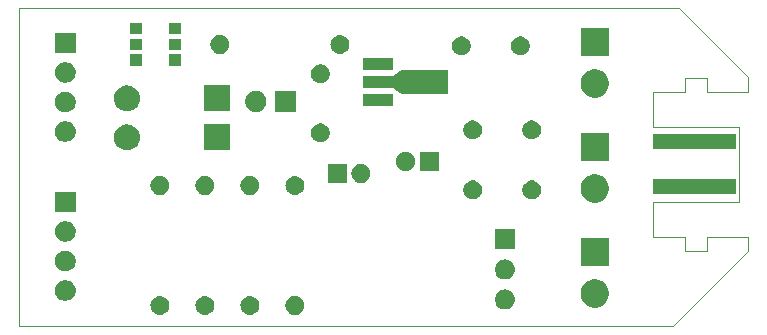
<source format=gts>
%TF.GenerationSoftware,KiCad,Pcbnew,5.0.1*%
%TF.CreationDate,2019-02-24T22:19:24+01:00*%
%TF.ProjectId,bobbycar,626F6262796361722E6B696361645F70,rev?*%
%TF.SameCoordinates,Original*%
%TF.FileFunction,Soldermask,Top*%
%TF.FilePolarity,Negative*%
%FSLAX46Y46*%
G04 Gerber Fmt 4.6, Leading zero omitted, Abs format (unit mm)*
G04 Created by KiCad (PCBNEW 5.0.1) date So 24 Feb 2019 22:19:24 CET*
%MOMM*%
%LPD*%
G01*
G04 APERTURE LIST*
%ADD10C,0.100000*%
G04 APERTURE END LIST*
D10*
X162306000Y-91440000D02*
X162306000Y-92659200D01*
X158877000Y-92659200D02*
X162306000Y-92659200D01*
X158877000Y-91516200D02*
X158877000Y-92659200D01*
X156972000Y-91516200D02*
X158877000Y-91516200D01*
X156972000Y-92659200D02*
X156972000Y-91516200D01*
X154279600Y-92659200D02*
X156972000Y-92659200D01*
X154279600Y-95605600D02*
X154279600Y-92659200D01*
X161544000Y-95605600D02*
X154279600Y-95605600D01*
X161544000Y-102006400D02*
X161544000Y-95605600D01*
X154279600Y-102006400D02*
X161544000Y-102006400D01*
X154279600Y-104952800D02*
X154279600Y-102006400D01*
X156972000Y-104952800D02*
X154279600Y-104952800D01*
X156972000Y-106095800D02*
X156972000Y-104952800D01*
X158877000Y-106095800D02*
X156972000Y-106095800D01*
X158877000Y-104952800D02*
X158877000Y-106095800D01*
X162306000Y-104952800D02*
X158877000Y-104952800D01*
X162306000Y-106172000D02*
X162306000Y-104952800D01*
X162306000Y-91440000D02*
X156464000Y-85598000D01*
X162306000Y-106172000D02*
X155956000Y-112522000D01*
X100584000Y-85598000D02*
X100584000Y-112522000D01*
X155956000Y-112522000D02*
X100584000Y-112522000D01*
X156464000Y-85598000D02*
X100584000Y-85598000D01*
G36*
X116449649Y-109951717D02*
X116488827Y-109955576D01*
X116552012Y-109974743D01*
X116639629Y-110001321D01*
X116778608Y-110075608D01*
X116900422Y-110175578D01*
X117000392Y-110297392D01*
X117074679Y-110436371D01*
X117074679Y-110436372D01*
X117120424Y-110587173D01*
X117127607Y-110660101D01*
X117135870Y-110744000D01*
X117120424Y-110900826D01*
X117074679Y-111051629D01*
X117000392Y-111190608D01*
X116900422Y-111312422D01*
X116778608Y-111412392D01*
X116639629Y-111486679D01*
X116564227Y-111509552D01*
X116488827Y-111532424D01*
X116449649Y-111536283D01*
X116371295Y-111544000D01*
X116292705Y-111544000D01*
X116214351Y-111536283D01*
X116175173Y-111532424D01*
X116099773Y-111509552D01*
X116024371Y-111486679D01*
X115885392Y-111412392D01*
X115763578Y-111312422D01*
X115663608Y-111190608D01*
X115589321Y-111051629D01*
X115543576Y-110900826D01*
X115528130Y-110744000D01*
X115536393Y-110660101D01*
X115543576Y-110587173D01*
X115589321Y-110436372D01*
X115589321Y-110436371D01*
X115663608Y-110297392D01*
X115763578Y-110175578D01*
X115885392Y-110075608D01*
X116024371Y-110001321D01*
X116111988Y-109974743D01*
X116175173Y-109955576D01*
X116214351Y-109951717D01*
X116292705Y-109944000D01*
X116371295Y-109944000D01*
X116449649Y-109951717D01*
X116449649Y-109951717D01*
G37*
G36*
X120259649Y-109951717D02*
X120298827Y-109955576D01*
X120362012Y-109974743D01*
X120449629Y-110001321D01*
X120588608Y-110075608D01*
X120710422Y-110175578D01*
X120810392Y-110297392D01*
X120884679Y-110436371D01*
X120884679Y-110436372D01*
X120930424Y-110587173D01*
X120937607Y-110660101D01*
X120945870Y-110744000D01*
X120930424Y-110900826D01*
X120884679Y-111051629D01*
X120810392Y-111190608D01*
X120710422Y-111312422D01*
X120588608Y-111412392D01*
X120449629Y-111486679D01*
X120374227Y-111509552D01*
X120298827Y-111532424D01*
X120259649Y-111536283D01*
X120181295Y-111544000D01*
X120102705Y-111544000D01*
X120024351Y-111536283D01*
X119985173Y-111532424D01*
X119909773Y-111509552D01*
X119834371Y-111486679D01*
X119695392Y-111412392D01*
X119573578Y-111312422D01*
X119473608Y-111190608D01*
X119399321Y-111051629D01*
X119353576Y-110900826D01*
X119338130Y-110744000D01*
X119346393Y-110660101D01*
X119353576Y-110587173D01*
X119399321Y-110436372D01*
X119399321Y-110436371D01*
X119473608Y-110297392D01*
X119573578Y-110175578D01*
X119695392Y-110075608D01*
X119834371Y-110001321D01*
X119921988Y-109974743D01*
X119985173Y-109955576D01*
X120024351Y-109951717D01*
X120102705Y-109944000D01*
X120181295Y-109944000D01*
X120259649Y-109951717D01*
X120259649Y-109951717D01*
G37*
G36*
X124185352Y-109974743D02*
X124330941Y-110035048D01*
X124461973Y-110122601D01*
X124573399Y-110234027D01*
X124660952Y-110365059D01*
X124721257Y-110510648D01*
X124752000Y-110665205D01*
X124752000Y-110822795D01*
X124721257Y-110977352D01*
X124660952Y-111122941D01*
X124573399Y-111253973D01*
X124461973Y-111365399D01*
X124330941Y-111452952D01*
X124185352Y-111513257D01*
X124030795Y-111544000D01*
X123873205Y-111544000D01*
X123718648Y-111513257D01*
X123573059Y-111452952D01*
X123442027Y-111365399D01*
X123330601Y-111253973D01*
X123243048Y-111122941D01*
X123182743Y-110977352D01*
X123152000Y-110822795D01*
X123152000Y-110665205D01*
X123182743Y-110510648D01*
X123243048Y-110365059D01*
X123330601Y-110234027D01*
X123442027Y-110122601D01*
X123573059Y-110035048D01*
X123718648Y-109974743D01*
X123873205Y-109944000D01*
X124030795Y-109944000D01*
X124185352Y-109974743D01*
X124185352Y-109974743D01*
G37*
G36*
X112639649Y-109951717D02*
X112678827Y-109955576D01*
X112742012Y-109974743D01*
X112829629Y-110001321D01*
X112968608Y-110075608D01*
X113090422Y-110175578D01*
X113190392Y-110297392D01*
X113264679Y-110436371D01*
X113264679Y-110436372D01*
X113310424Y-110587173D01*
X113317607Y-110660101D01*
X113325870Y-110744000D01*
X113310424Y-110900826D01*
X113264679Y-111051629D01*
X113190392Y-111190608D01*
X113090422Y-111312422D01*
X112968608Y-111412392D01*
X112829629Y-111486679D01*
X112754227Y-111509552D01*
X112678827Y-111532424D01*
X112639649Y-111536283D01*
X112561295Y-111544000D01*
X112482705Y-111544000D01*
X112404351Y-111536283D01*
X112365173Y-111532424D01*
X112289773Y-111509552D01*
X112214371Y-111486679D01*
X112075392Y-111412392D01*
X111953578Y-111312422D01*
X111853608Y-111190608D01*
X111779321Y-111051629D01*
X111733576Y-110900826D01*
X111718130Y-110744000D01*
X111726393Y-110660101D01*
X111733576Y-110587173D01*
X111779321Y-110436372D01*
X111779321Y-110436371D01*
X111853608Y-110297392D01*
X111953578Y-110175578D01*
X112075392Y-110075608D01*
X112214371Y-110001321D01*
X112301988Y-109974743D01*
X112365173Y-109955576D01*
X112404351Y-109951717D01*
X112482705Y-109944000D01*
X112561295Y-109944000D01*
X112639649Y-109951717D01*
X112639649Y-109951717D01*
G37*
G36*
X141898630Y-109398299D02*
X142058855Y-109446903D01*
X142206520Y-109525831D01*
X142335949Y-109632051D01*
X142442169Y-109761480D01*
X142521097Y-109909145D01*
X142569701Y-110069370D01*
X142586112Y-110236000D01*
X142569701Y-110402630D01*
X142521097Y-110562855D01*
X142442169Y-110710520D01*
X142335949Y-110839949D01*
X142206520Y-110946169D01*
X142058855Y-111025097D01*
X141898630Y-111073701D01*
X141773752Y-111086000D01*
X141690248Y-111086000D01*
X141565370Y-111073701D01*
X141405145Y-111025097D01*
X141257480Y-110946169D01*
X141128051Y-110839949D01*
X141021831Y-110710520D01*
X140942903Y-110562855D01*
X140894299Y-110402630D01*
X140877888Y-110236000D01*
X140894299Y-110069370D01*
X140942903Y-109909145D01*
X141021831Y-109761480D01*
X141128051Y-109632051D01*
X141257480Y-109525831D01*
X141405145Y-109446903D01*
X141565370Y-109398299D01*
X141690248Y-109386000D01*
X141773752Y-109386000D01*
X141898630Y-109398299D01*
X141898630Y-109398299D01*
G37*
G36*
X149702026Y-108574115D02*
X149920412Y-108664573D01*
X150116958Y-108795901D01*
X150284099Y-108963042D01*
X150415427Y-109159588D01*
X150505885Y-109377974D01*
X150552000Y-109609809D01*
X150552000Y-109846191D01*
X150505885Y-110078026D01*
X150415427Y-110296412D01*
X150284099Y-110492958D01*
X150116958Y-110660099D01*
X149920412Y-110791427D01*
X149702026Y-110881885D01*
X149470191Y-110928000D01*
X149233809Y-110928000D01*
X149001974Y-110881885D01*
X148783588Y-110791427D01*
X148587042Y-110660099D01*
X148419901Y-110492958D01*
X148288573Y-110296412D01*
X148198115Y-110078026D01*
X148152000Y-109846191D01*
X148152000Y-109609809D01*
X148198115Y-109377974D01*
X148288573Y-109159588D01*
X148419901Y-108963042D01*
X148587042Y-108795901D01*
X148783588Y-108664573D01*
X149001974Y-108574115D01*
X149233809Y-108528000D01*
X149470191Y-108528000D01*
X149702026Y-108574115D01*
X149702026Y-108574115D01*
G37*
G36*
X104776228Y-108639625D02*
X104935467Y-108705584D01*
X105078783Y-108801345D01*
X105200655Y-108923217D01*
X105296416Y-109066533D01*
X105362375Y-109225772D01*
X105396000Y-109394819D01*
X105396000Y-109567181D01*
X105362375Y-109736228D01*
X105296416Y-109895467D01*
X105200655Y-110038783D01*
X105078783Y-110160655D01*
X104935467Y-110256416D01*
X104776228Y-110322375D01*
X104607181Y-110356000D01*
X104434819Y-110356000D01*
X104265772Y-110322375D01*
X104106533Y-110256416D01*
X103963217Y-110160655D01*
X103841345Y-110038783D01*
X103745584Y-109895467D01*
X103679625Y-109736228D01*
X103646000Y-109567181D01*
X103646000Y-109394819D01*
X103679625Y-109225772D01*
X103745584Y-109066533D01*
X103841345Y-108923217D01*
X103963217Y-108801345D01*
X104106533Y-108705584D01*
X104265772Y-108639625D01*
X104434819Y-108606000D01*
X104607181Y-108606000D01*
X104776228Y-108639625D01*
X104776228Y-108639625D01*
G37*
G36*
X141898630Y-106858299D02*
X142058855Y-106906903D01*
X142206520Y-106985831D01*
X142335949Y-107092051D01*
X142442169Y-107221480D01*
X142521097Y-107369145D01*
X142569701Y-107529370D01*
X142586112Y-107696000D01*
X142569701Y-107862630D01*
X142521097Y-108022855D01*
X142442169Y-108170520D01*
X142335949Y-108299949D01*
X142206520Y-108406169D01*
X142058855Y-108485097D01*
X141898630Y-108533701D01*
X141773752Y-108546000D01*
X141690248Y-108546000D01*
X141565370Y-108533701D01*
X141405145Y-108485097D01*
X141257480Y-108406169D01*
X141128051Y-108299949D01*
X141021831Y-108170520D01*
X140942903Y-108022855D01*
X140894299Y-107862630D01*
X140877888Y-107696000D01*
X140894299Y-107529370D01*
X140942903Y-107369145D01*
X141021831Y-107221480D01*
X141128051Y-107092051D01*
X141257480Y-106985831D01*
X141405145Y-106906903D01*
X141565370Y-106858299D01*
X141690248Y-106846000D01*
X141773752Y-106846000D01*
X141898630Y-106858299D01*
X141898630Y-106858299D01*
G37*
G36*
X104776228Y-106139625D02*
X104935467Y-106205584D01*
X105078783Y-106301345D01*
X105200655Y-106423217D01*
X105296416Y-106566533D01*
X105362375Y-106725772D01*
X105396000Y-106894819D01*
X105396000Y-107067181D01*
X105362375Y-107236228D01*
X105296416Y-107395467D01*
X105200655Y-107538783D01*
X105078783Y-107660655D01*
X104935467Y-107756416D01*
X104776228Y-107822375D01*
X104607181Y-107856000D01*
X104434819Y-107856000D01*
X104265772Y-107822375D01*
X104106533Y-107756416D01*
X103963217Y-107660655D01*
X103841345Y-107538783D01*
X103745584Y-107395467D01*
X103679625Y-107236228D01*
X103646000Y-107067181D01*
X103646000Y-106894819D01*
X103679625Y-106725772D01*
X103745584Y-106566533D01*
X103841345Y-106423217D01*
X103963217Y-106301345D01*
X104106533Y-106205584D01*
X104265772Y-106139625D01*
X104434819Y-106106000D01*
X104607181Y-106106000D01*
X104776228Y-106139625D01*
X104776228Y-106139625D01*
G37*
G36*
X150552000Y-107428000D02*
X148152000Y-107428000D01*
X148152000Y-105028000D01*
X150552000Y-105028000D01*
X150552000Y-107428000D01*
X150552000Y-107428000D01*
G37*
G36*
X142582000Y-106006000D02*
X140882000Y-106006000D01*
X140882000Y-104306000D01*
X142582000Y-104306000D01*
X142582000Y-106006000D01*
X142582000Y-106006000D01*
G37*
G36*
X104776228Y-103639625D02*
X104935467Y-103705584D01*
X105078783Y-103801345D01*
X105200655Y-103923217D01*
X105296416Y-104066533D01*
X105362375Y-104225772D01*
X105396000Y-104394819D01*
X105396000Y-104567181D01*
X105362375Y-104736228D01*
X105296416Y-104895467D01*
X105200655Y-105038783D01*
X105078783Y-105160655D01*
X104935467Y-105256416D01*
X104776228Y-105322375D01*
X104607181Y-105356000D01*
X104434819Y-105356000D01*
X104265772Y-105322375D01*
X104106533Y-105256416D01*
X103963217Y-105160655D01*
X103841345Y-105038783D01*
X103745584Y-104895467D01*
X103679625Y-104736228D01*
X103646000Y-104567181D01*
X103646000Y-104394819D01*
X103679625Y-104225772D01*
X103745584Y-104066533D01*
X103841345Y-103923217D01*
X103963217Y-103801345D01*
X104106533Y-103705584D01*
X104265772Y-103639625D01*
X104434819Y-103606000D01*
X104607181Y-103606000D01*
X104776228Y-103639625D01*
X104776228Y-103639625D01*
G37*
G36*
X105396000Y-102856000D02*
X103646000Y-102856000D01*
X103646000Y-101106000D01*
X105396000Y-101106000D01*
X105396000Y-102856000D01*
X105396000Y-102856000D01*
G37*
G36*
X149702026Y-99684115D02*
X149920412Y-99774573D01*
X150116958Y-99905901D01*
X150284099Y-100073042D01*
X150415427Y-100269588D01*
X150505885Y-100487974D01*
X150552000Y-100719809D01*
X150552000Y-100956191D01*
X150505885Y-101188026D01*
X150415427Y-101406412D01*
X150284099Y-101602958D01*
X150116958Y-101770099D01*
X149920412Y-101901427D01*
X149702026Y-101991885D01*
X149470191Y-102038000D01*
X149233809Y-102038000D01*
X149001974Y-101991885D01*
X148783588Y-101901427D01*
X148587042Y-101770099D01*
X148419901Y-101602958D01*
X148288573Y-101406412D01*
X148198115Y-101188026D01*
X148152000Y-100956191D01*
X148152000Y-100719809D01*
X148198115Y-100487974D01*
X148288573Y-100269588D01*
X148419901Y-100073042D01*
X148587042Y-99905901D01*
X148783588Y-99774573D01*
X149001974Y-99684115D01*
X149233809Y-99638000D01*
X149470191Y-99638000D01*
X149702026Y-99684115D01*
X149702026Y-99684115D01*
G37*
G36*
X144251352Y-100195743D02*
X144396941Y-100256048D01*
X144527973Y-100343601D01*
X144639399Y-100455027D01*
X144726952Y-100586059D01*
X144787257Y-100731648D01*
X144818000Y-100886205D01*
X144818000Y-101043795D01*
X144787257Y-101198352D01*
X144726952Y-101343941D01*
X144639399Y-101474973D01*
X144527973Y-101586399D01*
X144396941Y-101673952D01*
X144251352Y-101734257D01*
X144096795Y-101765000D01*
X143939205Y-101765000D01*
X143784648Y-101734257D01*
X143639059Y-101673952D01*
X143508027Y-101586399D01*
X143396601Y-101474973D01*
X143309048Y-101343941D01*
X143248743Y-101198352D01*
X143218000Y-101043795D01*
X143218000Y-100886205D01*
X143248743Y-100731648D01*
X143309048Y-100586059D01*
X143396601Y-100455027D01*
X143508027Y-100343601D01*
X143639059Y-100256048D01*
X143784648Y-100195743D01*
X143939205Y-100165000D01*
X144096795Y-100165000D01*
X144251352Y-100195743D01*
X144251352Y-100195743D01*
G37*
G36*
X139251352Y-100195743D02*
X139396941Y-100256048D01*
X139527973Y-100343601D01*
X139639399Y-100455027D01*
X139726952Y-100586059D01*
X139787257Y-100731648D01*
X139818000Y-100886205D01*
X139818000Y-101043795D01*
X139787257Y-101198352D01*
X139726952Y-101343941D01*
X139639399Y-101474973D01*
X139527973Y-101586399D01*
X139396941Y-101673952D01*
X139251352Y-101734257D01*
X139096795Y-101765000D01*
X138939205Y-101765000D01*
X138784648Y-101734257D01*
X138639059Y-101673952D01*
X138508027Y-101586399D01*
X138396601Y-101474973D01*
X138309048Y-101343941D01*
X138248743Y-101198352D01*
X138218000Y-101043795D01*
X138218000Y-100886205D01*
X138248743Y-100731648D01*
X138309048Y-100586059D01*
X138396601Y-100455027D01*
X138508027Y-100343601D01*
X138639059Y-100256048D01*
X138784648Y-100195743D01*
X138939205Y-100165000D01*
X139096795Y-100165000D01*
X139251352Y-100195743D01*
X139251352Y-100195743D01*
G37*
G36*
X124069649Y-99791717D02*
X124108827Y-99795576D01*
X124172012Y-99814743D01*
X124259629Y-99841321D01*
X124398608Y-99915608D01*
X124520422Y-100015578D01*
X124620392Y-100137392D01*
X124694679Y-100276371D01*
X124740424Y-100427174D01*
X124755870Y-100584000D01*
X124740424Y-100740826D01*
X124694679Y-100891629D01*
X124620392Y-101030608D01*
X124520422Y-101152422D01*
X124398608Y-101252392D01*
X124259629Y-101326679D01*
X124212418Y-101341000D01*
X124108827Y-101372424D01*
X124069649Y-101376283D01*
X123991295Y-101384000D01*
X123912705Y-101384000D01*
X123834351Y-101376283D01*
X123795173Y-101372424D01*
X123691582Y-101341000D01*
X123644371Y-101326679D01*
X123505392Y-101252392D01*
X123383578Y-101152422D01*
X123283608Y-101030608D01*
X123209321Y-100891629D01*
X123163576Y-100740826D01*
X123148130Y-100584000D01*
X123163576Y-100427174D01*
X123209321Y-100276371D01*
X123283608Y-100137392D01*
X123383578Y-100015578D01*
X123505392Y-99915608D01*
X123644371Y-99841321D01*
X123731988Y-99814743D01*
X123795173Y-99795576D01*
X123834351Y-99791717D01*
X123912705Y-99784000D01*
X123991295Y-99784000D01*
X124069649Y-99791717D01*
X124069649Y-99791717D01*
G37*
G36*
X112755352Y-99814743D02*
X112900941Y-99875048D01*
X113031973Y-99962601D01*
X113143399Y-100074027D01*
X113230952Y-100205059D01*
X113291257Y-100350648D01*
X113322000Y-100505205D01*
X113322000Y-100662795D01*
X113291257Y-100817352D01*
X113230952Y-100962941D01*
X113143399Y-101093973D01*
X113031973Y-101205399D01*
X112900941Y-101292952D01*
X112755352Y-101353257D01*
X112600795Y-101384000D01*
X112443205Y-101384000D01*
X112288648Y-101353257D01*
X112143059Y-101292952D01*
X112012027Y-101205399D01*
X111900601Y-101093973D01*
X111813048Y-100962941D01*
X111752743Y-100817352D01*
X111722000Y-100662795D01*
X111722000Y-100505205D01*
X111752743Y-100350648D01*
X111813048Y-100205059D01*
X111900601Y-100074027D01*
X112012027Y-99962601D01*
X112143059Y-99875048D01*
X112288648Y-99814743D01*
X112443205Y-99784000D01*
X112600795Y-99784000D01*
X112755352Y-99814743D01*
X112755352Y-99814743D01*
G37*
G36*
X116565352Y-99814743D02*
X116710941Y-99875048D01*
X116841973Y-99962601D01*
X116953399Y-100074027D01*
X117040952Y-100205059D01*
X117101257Y-100350648D01*
X117132000Y-100505205D01*
X117132000Y-100662795D01*
X117101257Y-100817352D01*
X117040952Y-100962941D01*
X116953399Y-101093973D01*
X116841973Y-101205399D01*
X116710941Y-101292952D01*
X116565352Y-101353257D01*
X116410795Y-101384000D01*
X116253205Y-101384000D01*
X116098648Y-101353257D01*
X115953059Y-101292952D01*
X115822027Y-101205399D01*
X115710601Y-101093973D01*
X115623048Y-100962941D01*
X115562743Y-100817352D01*
X115532000Y-100662795D01*
X115532000Y-100505205D01*
X115562743Y-100350648D01*
X115623048Y-100205059D01*
X115710601Y-100074027D01*
X115822027Y-99962601D01*
X115953059Y-99875048D01*
X116098648Y-99814743D01*
X116253205Y-99784000D01*
X116410795Y-99784000D01*
X116565352Y-99814743D01*
X116565352Y-99814743D01*
G37*
G36*
X120375352Y-99814743D02*
X120520941Y-99875048D01*
X120651973Y-99962601D01*
X120763399Y-100074027D01*
X120850952Y-100205059D01*
X120911257Y-100350648D01*
X120942000Y-100505205D01*
X120942000Y-100662795D01*
X120911257Y-100817352D01*
X120850952Y-100962941D01*
X120763399Y-101093973D01*
X120651973Y-101205399D01*
X120520941Y-101292952D01*
X120375352Y-101353257D01*
X120220795Y-101384000D01*
X120063205Y-101384000D01*
X119908648Y-101353257D01*
X119763059Y-101292952D01*
X119632027Y-101205399D01*
X119520601Y-101093973D01*
X119433048Y-100962941D01*
X119372743Y-100817352D01*
X119342000Y-100662795D01*
X119342000Y-100505205D01*
X119372743Y-100350648D01*
X119433048Y-100205059D01*
X119520601Y-100074027D01*
X119632027Y-99962601D01*
X119763059Y-99875048D01*
X119908648Y-99814743D01*
X120063205Y-99784000D01*
X120220795Y-99784000D01*
X120375352Y-99814743D01*
X120375352Y-99814743D01*
G37*
G36*
X161292800Y-101341000D02*
X154292800Y-101341000D01*
X154292800Y-100071000D01*
X161292800Y-100071000D01*
X161292800Y-101341000D01*
X161292800Y-101341000D01*
G37*
G36*
X129773352Y-98798743D02*
X129918941Y-98859048D01*
X130049973Y-98946601D01*
X130161399Y-99058027D01*
X130248952Y-99189059D01*
X130309257Y-99334648D01*
X130340000Y-99489205D01*
X130340000Y-99646795D01*
X130309257Y-99801352D01*
X130248952Y-99946941D01*
X130161399Y-100077973D01*
X130049973Y-100189399D01*
X129918941Y-100276952D01*
X129773352Y-100337257D01*
X129618795Y-100368000D01*
X129461205Y-100368000D01*
X129306648Y-100337257D01*
X129161059Y-100276952D01*
X129030027Y-100189399D01*
X128918601Y-100077973D01*
X128831048Y-99946941D01*
X128770743Y-99801352D01*
X128740000Y-99646795D01*
X128740000Y-99489205D01*
X128770743Y-99334648D01*
X128831048Y-99189059D01*
X128918601Y-99058027D01*
X129030027Y-98946601D01*
X129161059Y-98859048D01*
X129306648Y-98798743D01*
X129461205Y-98768000D01*
X129618795Y-98768000D01*
X129773352Y-98798743D01*
X129773352Y-98798743D01*
G37*
G36*
X128340000Y-100368000D02*
X126740000Y-100368000D01*
X126740000Y-98768000D01*
X128340000Y-98768000D01*
X128340000Y-100368000D01*
X128340000Y-100368000D01*
G37*
G36*
X136118500Y-99352000D02*
X134518500Y-99352000D01*
X134518500Y-97752000D01*
X136118500Y-97752000D01*
X136118500Y-99352000D01*
X136118500Y-99352000D01*
G37*
G36*
X133551852Y-97782743D02*
X133697441Y-97843048D01*
X133828473Y-97930601D01*
X133939899Y-98042027D01*
X134027452Y-98173059D01*
X134087757Y-98318648D01*
X134118500Y-98473205D01*
X134118500Y-98630795D01*
X134087757Y-98785352D01*
X134027452Y-98930941D01*
X133939899Y-99061973D01*
X133828473Y-99173399D01*
X133697441Y-99260952D01*
X133551852Y-99321257D01*
X133397295Y-99352000D01*
X133239705Y-99352000D01*
X133085148Y-99321257D01*
X132939559Y-99260952D01*
X132808527Y-99173399D01*
X132697101Y-99061973D01*
X132609548Y-98930941D01*
X132549243Y-98785352D01*
X132518500Y-98630795D01*
X132518500Y-98473205D01*
X132549243Y-98318648D01*
X132609548Y-98173059D01*
X132697101Y-98042027D01*
X132808527Y-97930601D01*
X132939559Y-97843048D01*
X133085148Y-97782743D01*
X133239705Y-97752000D01*
X133397295Y-97752000D01*
X133551852Y-97782743D01*
X133551852Y-97782743D01*
G37*
G36*
X150552000Y-98538000D02*
X148152000Y-98538000D01*
X148152000Y-96138000D01*
X150552000Y-96138000D01*
X150552000Y-98538000D01*
X150552000Y-98538000D01*
G37*
G36*
X109943639Y-95435916D02*
X110150986Y-95498815D01*
X110150988Y-95498816D01*
X110342084Y-95600958D01*
X110509581Y-95738419D01*
X110647042Y-95905916D01*
X110729510Y-96060205D01*
X110749185Y-96097014D01*
X110812084Y-96304361D01*
X110833322Y-96520000D01*
X110812084Y-96735639D01*
X110778014Y-96847952D01*
X110749184Y-96942988D01*
X110647042Y-97134084D01*
X110509581Y-97301581D01*
X110342084Y-97439042D01*
X110151332Y-97541000D01*
X110150986Y-97541185D01*
X109943639Y-97604084D01*
X109782038Y-97620000D01*
X109673962Y-97620000D01*
X109512361Y-97604084D01*
X109305014Y-97541185D01*
X109304668Y-97541000D01*
X109113916Y-97439042D01*
X108946419Y-97301581D01*
X108808958Y-97134084D01*
X108706816Y-96942988D01*
X108677987Y-96847952D01*
X108643916Y-96735639D01*
X108622678Y-96520000D01*
X108643916Y-96304361D01*
X108706815Y-96097014D01*
X108726490Y-96060205D01*
X108808958Y-95905916D01*
X108946419Y-95738419D01*
X109113916Y-95600958D01*
X109305012Y-95498816D01*
X109305014Y-95498815D01*
X109512361Y-95435916D01*
X109673962Y-95420000D01*
X109782038Y-95420000D01*
X109943639Y-95435916D01*
X109943639Y-95435916D01*
G37*
G36*
X118448000Y-97620000D02*
X116248000Y-97620000D01*
X116248000Y-95420000D01*
X118448000Y-95420000D01*
X118448000Y-97620000D01*
X118448000Y-97620000D01*
G37*
G36*
X161292800Y-97541000D02*
X154292800Y-97541000D01*
X154292800Y-96271000D01*
X161292800Y-96271000D01*
X161292800Y-97541000D01*
X161292800Y-97541000D01*
G37*
G36*
X126344352Y-95369743D02*
X126489941Y-95430048D01*
X126620973Y-95517601D01*
X126732399Y-95629027D01*
X126819952Y-95760059D01*
X126880257Y-95905648D01*
X126911000Y-96060205D01*
X126911000Y-96217795D01*
X126880257Y-96372352D01*
X126819952Y-96517941D01*
X126732399Y-96648973D01*
X126620973Y-96760399D01*
X126489941Y-96847952D01*
X126344352Y-96908257D01*
X126189795Y-96939000D01*
X126032205Y-96939000D01*
X125877648Y-96908257D01*
X125732059Y-96847952D01*
X125601027Y-96760399D01*
X125489601Y-96648973D01*
X125402048Y-96517941D01*
X125341743Y-96372352D01*
X125311000Y-96217795D01*
X125311000Y-96060205D01*
X125341743Y-95905648D01*
X125402048Y-95760059D01*
X125489601Y-95629027D01*
X125601027Y-95517601D01*
X125732059Y-95430048D01*
X125877648Y-95369743D01*
X126032205Y-95339000D01*
X126189795Y-95339000D01*
X126344352Y-95369743D01*
X126344352Y-95369743D01*
G37*
G36*
X104776228Y-95177625D02*
X104935467Y-95243584D01*
X105078783Y-95339345D01*
X105200655Y-95461217D01*
X105296416Y-95604533D01*
X105362375Y-95763772D01*
X105396000Y-95932819D01*
X105396000Y-96105181D01*
X105362375Y-96274228D01*
X105296416Y-96433467D01*
X105200655Y-96576783D01*
X105078783Y-96698655D01*
X104935467Y-96794416D01*
X104776228Y-96860375D01*
X104607181Y-96894000D01*
X104434819Y-96894000D01*
X104265772Y-96860375D01*
X104106533Y-96794416D01*
X103963217Y-96698655D01*
X103841345Y-96576783D01*
X103745584Y-96433467D01*
X103679625Y-96274228D01*
X103646000Y-96105181D01*
X103646000Y-95932819D01*
X103679625Y-95763772D01*
X103745584Y-95604533D01*
X103841345Y-95461217D01*
X103963217Y-95339345D01*
X104106533Y-95243584D01*
X104265772Y-95177625D01*
X104434819Y-95144000D01*
X104607181Y-95144000D01*
X104776228Y-95177625D01*
X104776228Y-95177625D01*
G37*
G36*
X144234852Y-95115743D02*
X144380441Y-95176048D01*
X144511473Y-95263601D01*
X144622899Y-95375027D01*
X144710452Y-95506059D01*
X144770757Y-95651648D01*
X144801500Y-95806205D01*
X144801500Y-95963795D01*
X144770757Y-96118352D01*
X144710452Y-96263941D01*
X144622899Y-96394973D01*
X144511473Y-96506399D01*
X144380441Y-96593952D01*
X144234852Y-96654257D01*
X144080295Y-96685000D01*
X143922705Y-96685000D01*
X143768148Y-96654257D01*
X143622559Y-96593952D01*
X143491527Y-96506399D01*
X143380101Y-96394973D01*
X143292548Y-96263941D01*
X143232243Y-96118352D01*
X143201500Y-95963795D01*
X143201500Y-95806205D01*
X143232243Y-95651648D01*
X143292548Y-95506059D01*
X143380101Y-95375027D01*
X143491527Y-95263601D01*
X143622559Y-95176048D01*
X143768148Y-95115743D01*
X143922705Y-95085000D01*
X144080295Y-95085000D01*
X144234852Y-95115743D01*
X144234852Y-95115743D01*
G37*
G36*
X139234852Y-95115743D02*
X139380441Y-95176048D01*
X139511473Y-95263601D01*
X139622899Y-95375027D01*
X139710452Y-95506059D01*
X139770757Y-95651648D01*
X139801500Y-95806205D01*
X139801500Y-95963795D01*
X139770757Y-96118352D01*
X139710452Y-96263941D01*
X139622899Y-96394973D01*
X139511473Y-96506399D01*
X139380441Y-96593952D01*
X139234852Y-96654257D01*
X139080295Y-96685000D01*
X138922705Y-96685000D01*
X138768148Y-96654257D01*
X138622559Y-96593952D01*
X138491527Y-96506399D01*
X138380101Y-96394973D01*
X138292548Y-96263941D01*
X138232243Y-96118352D01*
X138201500Y-95963795D01*
X138201500Y-95806205D01*
X138232243Y-95651648D01*
X138292548Y-95506059D01*
X138380101Y-95375027D01*
X138491527Y-95263601D01*
X138622559Y-95176048D01*
X138768148Y-95115743D01*
X138922705Y-95085000D01*
X139080295Y-95085000D01*
X139234852Y-95115743D01*
X139234852Y-95115743D01*
G37*
G36*
X104776228Y-92677625D02*
X104935467Y-92743584D01*
X105078783Y-92839345D01*
X105200655Y-92961217D01*
X105296416Y-93104533D01*
X105362375Y-93263772D01*
X105396000Y-93432819D01*
X105396000Y-93605181D01*
X105362375Y-93774228D01*
X105296416Y-93933467D01*
X105200655Y-94076783D01*
X105078783Y-94198655D01*
X104935467Y-94294416D01*
X104776228Y-94360375D01*
X104607181Y-94394000D01*
X104434819Y-94394000D01*
X104265772Y-94360375D01*
X104106533Y-94294416D01*
X103963217Y-94198655D01*
X103841345Y-94076783D01*
X103745584Y-93933467D01*
X103679625Y-93774228D01*
X103646000Y-93605181D01*
X103646000Y-93432819D01*
X103679625Y-93263772D01*
X103745584Y-93104533D01*
X103841345Y-92961217D01*
X103963217Y-92839345D01*
X104106533Y-92743584D01*
X104265772Y-92677625D01*
X104434819Y-92644000D01*
X104607181Y-92644000D01*
X104776228Y-92677625D01*
X104776228Y-92677625D01*
G37*
G36*
X120912521Y-92606586D02*
X121076309Y-92674429D01*
X121223720Y-92772926D01*
X121349074Y-92898280D01*
X121447571Y-93045691D01*
X121515414Y-93209479D01*
X121550000Y-93383356D01*
X121550000Y-93560644D01*
X121515414Y-93734521D01*
X121447571Y-93898309D01*
X121349074Y-94045720D01*
X121223720Y-94171074D01*
X121076309Y-94269571D01*
X120912521Y-94337414D01*
X120738644Y-94372000D01*
X120561356Y-94372000D01*
X120387479Y-94337414D01*
X120223691Y-94269571D01*
X120076280Y-94171074D01*
X119950926Y-94045720D01*
X119852429Y-93898309D01*
X119784586Y-93734521D01*
X119750000Y-93560644D01*
X119750000Y-93383356D01*
X119784586Y-93209479D01*
X119852429Y-93045691D01*
X119950926Y-92898280D01*
X120076280Y-92772926D01*
X120223691Y-92674429D01*
X120387479Y-92606586D01*
X120561356Y-92572000D01*
X120738644Y-92572000D01*
X120912521Y-92606586D01*
X120912521Y-92606586D01*
G37*
G36*
X124090000Y-94372000D02*
X122290000Y-94372000D01*
X122290000Y-92572000D01*
X124090000Y-92572000D01*
X124090000Y-94372000D01*
X124090000Y-94372000D01*
G37*
G36*
X109943639Y-92133916D02*
X110150986Y-92196815D01*
X110150988Y-92196816D01*
X110342084Y-92298958D01*
X110509581Y-92436419D01*
X110647042Y-92603916D01*
X110749184Y-92795012D01*
X110749185Y-92795014D01*
X110812084Y-93002361D01*
X110833322Y-93218000D01*
X110812084Y-93433639D01*
X110760047Y-93605180D01*
X110749184Y-93640988D01*
X110647042Y-93832084D01*
X110509581Y-93999581D01*
X110342084Y-94137042D01*
X110226809Y-94198657D01*
X110150986Y-94239185D01*
X109943639Y-94302084D01*
X109782038Y-94318000D01*
X109673962Y-94318000D01*
X109512361Y-94302084D01*
X109305014Y-94239185D01*
X109229191Y-94198657D01*
X109113916Y-94137042D01*
X108946419Y-93999581D01*
X108808958Y-93832084D01*
X108706816Y-93640988D01*
X108695954Y-93605180D01*
X108643916Y-93433639D01*
X108622678Y-93218000D01*
X108643916Y-93002361D01*
X108706815Y-92795014D01*
X108706816Y-92795012D01*
X108808958Y-92603916D01*
X108946419Y-92436419D01*
X109113916Y-92298958D01*
X109305012Y-92196816D01*
X109305014Y-92196815D01*
X109512361Y-92133916D01*
X109673962Y-92118000D01*
X109782038Y-92118000D01*
X109943639Y-92133916D01*
X109943639Y-92133916D01*
G37*
G36*
X118448000Y-94318000D02*
X116248000Y-94318000D01*
X116248000Y-92118000D01*
X118448000Y-92118000D01*
X118448000Y-94318000D01*
X118448000Y-94318000D01*
G37*
G36*
X132228000Y-93821000D02*
X129728000Y-93821000D01*
X129728000Y-92821000D01*
X132228000Y-92821000D01*
X132228000Y-93821000D01*
X132228000Y-93821000D01*
G37*
G36*
X149702026Y-90794115D02*
X149920412Y-90884573D01*
X150116958Y-91015901D01*
X150284099Y-91183042D01*
X150415427Y-91379588D01*
X150505885Y-91597974D01*
X150552000Y-91829809D01*
X150552000Y-92066191D01*
X150505885Y-92298026D01*
X150415427Y-92516412D01*
X150284099Y-92712958D01*
X150116958Y-92880099D01*
X149920412Y-93011427D01*
X149702026Y-93101885D01*
X149470191Y-93148000D01*
X149233809Y-93148000D01*
X149001974Y-93101885D01*
X148783588Y-93011427D01*
X148587042Y-92880099D01*
X148419901Y-92712958D01*
X148288573Y-92516412D01*
X148198115Y-92298026D01*
X148152000Y-92066191D01*
X148152000Y-91829809D01*
X148198115Y-91597974D01*
X148288573Y-91379588D01*
X148419901Y-91183042D01*
X148587042Y-91015901D01*
X148783588Y-90884573D01*
X149001974Y-90794115D01*
X149233809Y-90748000D01*
X149470191Y-90748000D01*
X149702026Y-90794115D01*
X149702026Y-90794115D01*
G37*
G36*
X133018554Y-90799934D02*
X133040165Y-90811485D01*
X133063614Y-90818598D01*
X133088000Y-90821000D01*
X136938000Y-90821000D01*
X136938000Y-92821000D01*
X133088000Y-92821000D01*
X133063614Y-92823402D01*
X133040165Y-92830515D01*
X133018554Y-92842066D01*
X133007817Y-92850878D01*
X132994492Y-92841994D01*
X132972869Y-92830465D01*
X132949412Y-92823376D01*
X132927318Y-92821212D01*
X132916934Y-92801785D01*
X132901388Y-92782843D01*
X132882337Y-92767225D01*
X132244490Y-92341994D01*
X132222868Y-92330465D01*
X132199411Y-92323376D01*
X132175153Y-92321000D01*
X129728000Y-92321000D01*
X129728000Y-91321000D01*
X132175153Y-91321000D01*
X132199539Y-91318598D01*
X132222988Y-91311485D01*
X132244490Y-91300006D01*
X132882337Y-90874775D01*
X132901296Y-90859250D01*
X132916861Y-90840324D01*
X132927331Y-90820786D01*
X132949540Y-90818598D01*
X132972989Y-90811485D01*
X132994492Y-90800006D01*
X133007817Y-90791122D01*
X133018554Y-90799934D01*
X133018554Y-90799934D01*
G37*
G36*
X126344352Y-90369743D02*
X126489941Y-90430048D01*
X126620973Y-90517601D01*
X126732399Y-90629027D01*
X126819952Y-90760059D01*
X126880257Y-90905648D01*
X126911000Y-91060205D01*
X126911000Y-91217795D01*
X126880257Y-91372352D01*
X126819952Y-91517941D01*
X126732399Y-91648973D01*
X126620973Y-91760399D01*
X126489941Y-91847952D01*
X126344352Y-91908257D01*
X126189795Y-91939000D01*
X126032205Y-91939000D01*
X125877648Y-91908257D01*
X125732059Y-91847952D01*
X125601027Y-91760399D01*
X125489601Y-91648973D01*
X125402048Y-91517941D01*
X125341743Y-91372352D01*
X125311000Y-91217795D01*
X125311000Y-91060205D01*
X125341743Y-90905648D01*
X125402048Y-90760059D01*
X125489601Y-90629027D01*
X125601027Y-90517601D01*
X125732059Y-90430048D01*
X125877648Y-90369743D01*
X126032205Y-90339000D01*
X126189795Y-90339000D01*
X126344352Y-90369743D01*
X126344352Y-90369743D01*
G37*
G36*
X104776228Y-90177625D02*
X104935467Y-90243584D01*
X105078783Y-90339345D01*
X105200655Y-90461217D01*
X105296416Y-90604533D01*
X105362375Y-90763772D01*
X105396000Y-90932819D01*
X105396000Y-91105181D01*
X105362375Y-91274228D01*
X105296416Y-91433467D01*
X105200655Y-91576783D01*
X105078783Y-91698655D01*
X104935467Y-91794416D01*
X104776228Y-91860375D01*
X104607181Y-91894000D01*
X104434819Y-91894000D01*
X104265772Y-91860375D01*
X104106533Y-91794416D01*
X103963217Y-91698655D01*
X103841345Y-91576783D01*
X103745584Y-91433467D01*
X103679625Y-91274228D01*
X103646000Y-91105181D01*
X103646000Y-90932819D01*
X103679625Y-90763772D01*
X103745584Y-90604533D01*
X103841345Y-90461217D01*
X103963217Y-90339345D01*
X104106533Y-90243584D01*
X104265772Y-90177625D01*
X104434819Y-90144000D01*
X104607181Y-90144000D01*
X104776228Y-90177625D01*
X104776228Y-90177625D01*
G37*
G36*
X132228000Y-90821000D02*
X129728000Y-90821000D01*
X129728000Y-89821000D01*
X132228000Y-89821000D01*
X132228000Y-90821000D01*
X132228000Y-90821000D01*
G37*
G36*
X110990000Y-90496000D02*
X109990000Y-90496000D01*
X109990000Y-89496000D01*
X110990000Y-89496000D01*
X110990000Y-90496000D01*
X110990000Y-90496000D01*
G37*
G36*
X114292000Y-90496000D02*
X113292000Y-90496000D01*
X113292000Y-89496000D01*
X114292000Y-89496000D01*
X114292000Y-90496000D01*
X114292000Y-90496000D01*
G37*
G36*
X150552000Y-89648000D02*
X148152000Y-89648000D01*
X148152000Y-87248000D01*
X150552000Y-87248000D01*
X150552000Y-89648000D01*
X150552000Y-89648000D01*
G37*
G36*
X138282352Y-88003743D02*
X138427941Y-88064048D01*
X138558973Y-88151601D01*
X138670399Y-88263027D01*
X138757952Y-88394059D01*
X138818257Y-88539648D01*
X138849000Y-88694205D01*
X138849000Y-88851795D01*
X138818257Y-89006352D01*
X138757952Y-89151941D01*
X138670399Y-89282973D01*
X138558973Y-89394399D01*
X138427941Y-89481952D01*
X138282352Y-89542257D01*
X138127795Y-89573000D01*
X137970205Y-89573000D01*
X137815648Y-89542257D01*
X137670059Y-89481952D01*
X137539027Y-89394399D01*
X137427601Y-89282973D01*
X137340048Y-89151941D01*
X137279743Y-89006352D01*
X137249000Y-88851795D01*
X137249000Y-88694205D01*
X137279743Y-88539648D01*
X137340048Y-88394059D01*
X137427601Y-88263027D01*
X137539027Y-88151601D01*
X137670059Y-88064048D01*
X137815648Y-88003743D01*
X137970205Y-87973000D01*
X138127795Y-87973000D01*
X138282352Y-88003743D01*
X138282352Y-88003743D01*
G37*
G36*
X143282352Y-88003743D02*
X143427941Y-88064048D01*
X143558973Y-88151601D01*
X143670399Y-88263027D01*
X143757952Y-88394059D01*
X143818257Y-88539648D01*
X143849000Y-88694205D01*
X143849000Y-88851795D01*
X143818257Y-89006352D01*
X143757952Y-89151941D01*
X143670399Y-89282973D01*
X143558973Y-89394399D01*
X143427941Y-89481952D01*
X143282352Y-89542257D01*
X143127795Y-89573000D01*
X142970205Y-89573000D01*
X142815648Y-89542257D01*
X142670059Y-89481952D01*
X142539027Y-89394399D01*
X142427601Y-89282973D01*
X142340048Y-89151941D01*
X142279743Y-89006352D01*
X142249000Y-88851795D01*
X142249000Y-88694205D01*
X142279743Y-88539648D01*
X142340048Y-88394059D01*
X142427601Y-88263027D01*
X142539027Y-88151601D01*
X142670059Y-88064048D01*
X142815648Y-88003743D01*
X142970205Y-87973000D01*
X143127795Y-87973000D01*
X143282352Y-88003743D01*
X143282352Y-88003743D01*
G37*
G36*
X127879649Y-87853717D02*
X127918827Y-87857576D01*
X127982012Y-87876743D01*
X128069629Y-87903321D01*
X128208608Y-87977608D01*
X128330422Y-88077578D01*
X128430392Y-88199392D01*
X128504679Y-88338371D01*
X128550424Y-88489174D01*
X128565870Y-88646000D01*
X128550424Y-88802826D01*
X128504679Y-88953629D01*
X128430392Y-89092608D01*
X128330422Y-89214422D01*
X128208608Y-89314392D01*
X128069629Y-89388679D01*
X127994228Y-89411551D01*
X127918827Y-89434424D01*
X127879649Y-89438283D01*
X127801295Y-89446000D01*
X127722705Y-89446000D01*
X127644351Y-89438283D01*
X127605173Y-89434424D01*
X127529772Y-89411551D01*
X127454371Y-89388679D01*
X127315392Y-89314392D01*
X127193578Y-89214422D01*
X127093608Y-89092608D01*
X127019321Y-88953629D01*
X126973576Y-88802826D01*
X126958130Y-88646000D01*
X126973576Y-88489174D01*
X127019321Y-88338371D01*
X127093608Y-88199392D01*
X127193578Y-88077578D01*
X127315392Y-87977608D01*
X127454371Y-87903321D01*
X127541988Y-87876743D01*
X127605173Y-87857576D01*
X127644351Y-87853717D01*
X127722705Y-87846000D01*
X127801295Y-87846000D01*
X127879649Y-87853717D01*
X127879649Y-87853717D01*
G37*
G36*
X117835352Y-87876743D02*
X117980941Y-87937048D01*
X118111973Y-88024601D01*
X118223399Y-88136027D01*
X118310952Y-88267059D01*
X118371257Y-88412648D01*
X118402000Y-88567205D01*
X118402000Y-88724795D01*
X118371257Y-88879352D01*
X118310952Y-89024941D01*
X118223399Y-89155973D01*
X118111973Y-89267399D01*
X117980941Y-89354952D01*
X117835352Y-89415257D01*
X117680795Y-89446000D01*
X117523205Y-89446000D01*
X117368648Y-89415257D01*
X117223059Y-89354952D01*
X117092027Y-89267399D01*
X116980601Y-89155973D01*
X116893048Y-89024941D01*
X116832743Y-88879352D01*
X116802000Y-88724795D01*
X116802000Y-88567205D01*
X116832743Y-88412648D01*
X116893048Y-88267059D01*
X116980601Y-88136027D01*
X117092027Y-88024601D01*
X117223059Y-87937048D01*
X117368648Y-87876743D01*
X117523205Y-87846000D01*
X117680795Y-87846000D01*
X117835352Y-87876743D01*
X117835352Y-87876743D01*
G37*
G36*
X105396000Y-89394000D02*
X103646000Y-89394000D01*
X103646000Y-87644000D01*
X105396000Y-87644000D01*
X105396000Y-89394000D01*
X105396000Y-89394000D01*
G37*
G36*
X110990000Y-89146000D02*
X109990000Y-89146000D01*
X109990000Y-88146000D01*
X110990000Y-88146000D01*
X110990000Y-89146000D01*
X110990000Y-89146000D01*
G37*
G36*
X114292000Y-89146000D02*
X113292000Y-89146000D01*
X113292000Y-88146000D01*
X114292000Y-88146000D01*
X114292000Y-89146000D01*
X114292000Y-89146000D01*
G37*
G36*
X110990000Y-87796000D02*
X109990000Y-87796000D01*
X109990000Y-86796000D01*
X110990000Y-86796000D01*
X110990000Y-87796000D01*
X110990000Y-87796000D01*
G37*
G36*
X114292000Y-87796000D02*
X113292000Y-87796000D01*
X113292000Y-86796000D01*
X114292000Y-86796000D01*
X114292000Y-87796000D01*
X114292000Y-87796000D01*
G37*
M02*

</source>
